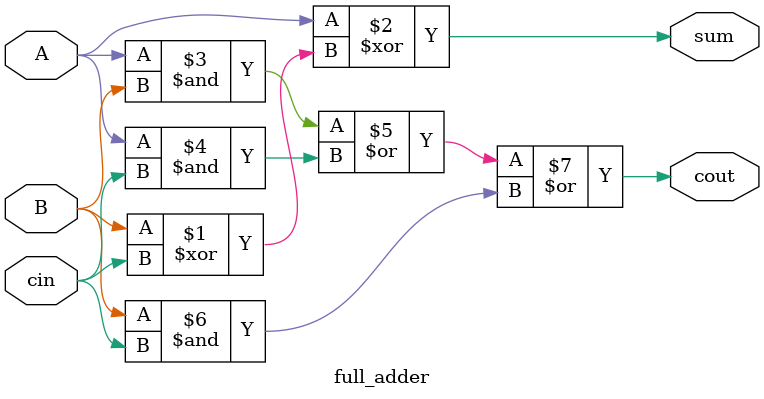
<source format=sv>
`timescale 1ns / 1ps
/**
  * Engineer: Juan Luna
  *  
  * Create Date: 2023-01-26
  * Design Name: Full Adder Reduced SOP Circuit
  * Module Name: full_adder
  * Project Name: Project 3
  * Target Devices: Basys 3 board
  * Revision: 1
  *
  * Description: 
  *     This module contains the reduced SOP form for a full adder.
  *     It is a 3-bit adder, with 2 bits associated with the addition
  *     operation and a third, "carry-in" bit. The outputs are a sum
  *     and a "carry-out" bit.
  */
  
module full_adder(
    input A,
    input B,
    input cin,
    output sum,
    output cout
    );
    
    // Reduced SOP expression for sum operation
    // XOR operator in Verilog is ^
    assign sum = A ^ (B ^ cin);
    
    // Reduced SOP expression for carry-out
    assign cout = (A & B) | (A & cin) | (B & cin);
    
endmodule
</source>
